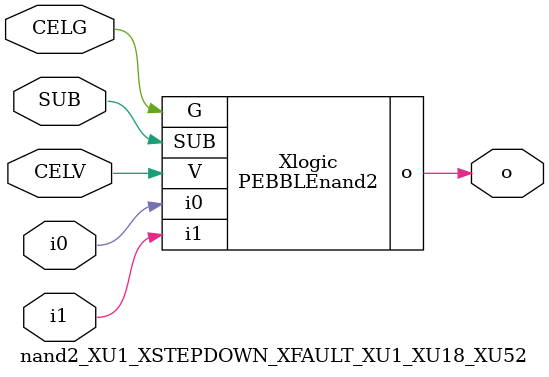
<source format=v>



module PEBBLEnand2 ( o, G, SUB, V, i0, i1 );

  input i0;
  input V;
  input i1;
  input G;
  output o;
  input SUB;
endmodule

//Celera Confidential Do Not Copy nand2_XU1_XSTEPDOWN_XFAULT_XU1_XU18_XU52
//Celera Confidential Symbol Generator
//5V NAND2
module nand2_XU1_XSTEPDOWN_XFAULT_XU1_XU18_XU52 (CELV,CELG,i0,i1,o,SUB);
input CELV;
input CELG;
input i0;
input i1;
input SUB;
output o;

//Celera Confidential Do Not Copy nand2
PEBBLEnand2 Xlogic(
.V (CELV),
.i0 (i0),
.i1 (i1),
.o (o),
.SUB (SUB),
.G (CELG)
);
//,diesize,PEBBLEnand2

//Celera Confidential Do Not Copy Module End
//Celera Schematic Generator
endmodule

</source>
